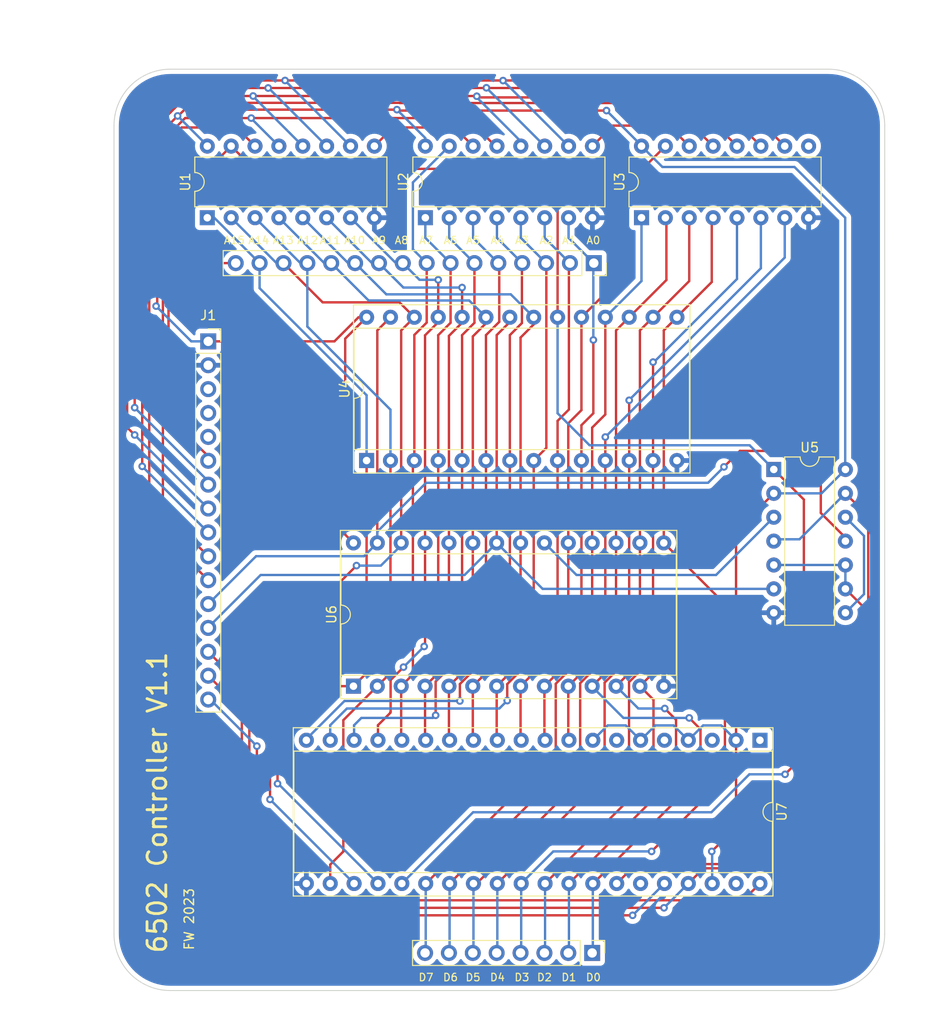
<source format=kicad_pcb>
(kicad_pcb (version 20211014) (generator pcbnew)
  (layers (0 "F.Cu" signal) (31 "B.Cu" signal) (34 "B.Paste" user) (35 "F.Paste" user) (36 "B.SilkS" user "B.Silkscreen") (37 "F.SilkS" user "F.Silkscreen") (38 "B.Mask" user) (39 "F.Mask" user) (44 "Edge.Cuts" user))
  (net 0 "")
  (net 1 "/A14")
  (net 2 "/A13")
  (net 3 "/A12")
  (net 4 "/A11")
  (net 5 "/A10")
  (net 6 "/A9")
  (net 7 "/A8")
  (net 8 "GND")
  (net 9 "Net-(U1-Pad9)")
  (net 10 "/A15")
  (net 11 "+3.3V")
  (net 12 "/A6")
  (net 13 "/A5")
  (net 14 "/A4")
  (net 15 "/A3")
  (net 16 "/A2")
  (net 17 "/A1")
  (net 18 "/A0")
  (net 19 "Net-(U2-Pad9)")
  (net 20 "/A7")
  (net 21 "/D6")
  (net 22 "/D5")
  (net 23 "/D4")
  (net 24 "/D3")
  (net 25 "/D2")
  (net 26 "/D1")
  (net 27 "/D0")
  (net 29 "/D7")
  (net 30 "/SR_DATA")
  (net 31 "/SR_CLK")
  (net 32 "/{slash}TOP32")
  (net 33 "/{slash}RW")
  (net 34 "Net-(U5-Pad12)")
  (net 41 "/CPU_CLK")
  (net 42 "/CPU_BE")
  (net 43 "/{slash}CPU_RES")
  (net 44 "/{slash}SR_CLR")
  (net 45 "/SR_RCLK")
  (net 46 "/{slash}SR_OE")
  (net 47 "/{slash}SR_DOE")
  (net 48 "/{slash}MEM_WE")
  (net 49 "/{slash}MEM_OE")
  (footprint "Package_DIP:DIP-16_W7.62mm" (layer "F.Cu") (at 131.125 57.8 90)
    (fp_text reference "U2")
    (fp_text value "74HC595")
  )
  (footprint "Package_DIP:DIP-40_W15.24mm_Socket" (layer "F.Cu") (at 166.725 113.375 -90)
    (fp_text reference "U7")
    (fp_text value "W65C02SxP")
  )
  (footprint "Connector_PinSocket_2.54mm:PinSocket_1x16_P2.54mm_Vertical" (layer "F.Cu") (at 108.025 70.95)
    (fp_text reference "J1")
    (fp_text value "Conn_01x16")
  )
  (footprint "Connector_PinSocket_2.54mm:PinSocket_1x16_P2.54mm_Vertical" (layer "F.Cu") (at 149.05 62.625 -90)
    (fp_text reference "J2")
    (fp_text value "Conn_01x16")
  )
  (footprint "Package_DIP:DIP-28_W15.24mm_Socket" (layer "F.Cu") (at 123.475 107.625 90)
    (fp_text reference "U6")
    (fp_text value "CY62256-70PC")
  )
  (footprint "Connector_PinHeader_2.54mm:PinHeader_1x08_P2.54mm_Vertical" (layer "F.Cu") (at 148.875 136 -90)
    (fp_text reference "J3")
    (fp_text value "Conn_01x08")
  )
  (footprint "Package_DIP:DIP-28_W15.24mm_Socket" (layer "F.Cu") (at 124.875 83.625 90)
    (fp_text reference "U4")
    (fp_text value "CY62256-70PC")
  )
  (footprint "Package_DIP:DIP-16_W7.62mm" (layer "F.Cu") (at 154.125 57.8 90)
    (fp_text reference "U3")
    (fp_text value "74HC595")
  )
  (footprint "Package_DIP:DIP-14_W7.62mm" (layer "F.Cu") (at 168.2 84.575)
    (fp_text reference "U5")
    (fp_text value "74HC00")
  )
  (footprint "Package_DIP:DIP-16_W7.62mm" (layer "F.Cu") (at 107.925 57.8 90)
    (fp_text reference "U1")
    (fp_text value "74HC595")
  )
  (gr_line (start 180 134) (end 180.003332 48) (layer "Edge.Cuts") (width 0.1))
  (gr_arc (start 174 42) (mid 178.244794 43.756181) (end 180.003332 48) (layer "Edge.Cuts") (width 0.1))
  (gr_arc (start 98 48) (mid 99.757359 43.757359) (end 104 42) (layer "Edge.Cuts") (width 0.1))
  (gr_line (start 98 48) (end 98 134) (layer "Edge.Cuts") (width 0.1))
  (gr_arc (start 180 134) (mid 178.242641 138.242641) (end 174 140) (layer "Edge.Cuts") (width 0.1))
  (gr_line (start 104 140) (end 174 140) (layer "Edge.Cuts") (width 0.1))
  (gr_arc (start 104 140) (mid 99.757359 138.242641) (end 98 134) (layer "Edge.Cuts") (width 0.1))
  (gr_line (start 174 42) (end 104 42) (layer "Edge.Cuts") (width 0.1))
  (gr_text "A9" (at 126.2 60.2) (layer "F.SilkS") (effects (font (size 0.8 0.8) (thickness 0.125))))
  (gr_text "A7" (at 131.2 60.2) (layer "F.SilkS") (effects (font (size 0.8 0.8) (thickness 0.125))))
  (gr_text "D2" (at 143.8 138.6) (layer "F.SilkS") (effects (font (size 0.8 0.8) (thickness 0.125))))
  (gr_text "A14" (at 113.4 60.2) (layer "F.SilkS") (effects (font (size 0.8 0.8) (thickness 0.125))))
  (gr_text "A13" (at 116 60.2) (layer "F.SilkS") (effects (font (size 0.8 0.8) (thickness 0.125))))
  (gr_text "A2" (at 144 60.2) (layer "F.SilkS") (effects (font (size 0.8 0.8) (thickness 0.125))))
  (gr_text "A11" (at 121 60.2) (layer "F.SilkS") (effects (font (size 0.8 0.8) (thickness 0.125))))
  (gr_text "A4" (at 138.8 60.2) (layer "F.SilkS") (effects (font (size 0.8 0.8) (thickness 0.125))))
  (gr_text "FW 2023" (at 106 132.4 90) (layer "F.SilkS") (effects (font (size 1 1))))
  (gr_text "A8" (at 128.6 60.2) (layer "F.SilkS") (effects (font (size 0.8 0.8) (thickness 0.125))))
  (gr_text "D7" (at 131.2 138.6) (layer "F.SilkS") (effects (font (size 0.8 0.8) (thickness 0.125))))
  (gr_text "A0" (at 149 60.2) (layer "F.SilkS") (effects (font (size 0.8 0.8) (thickness 0.125))))
  (gr_text "D1" (at 146.4 138.6) (layer "F.SilkS") (effects (font (size 0.8 0.8) (thickness 0.125))))
  (gr_text "D6" (at 133.8 138.6) (layer "F.SilkS") (effects (font (size 0.8 0.8) (thickness 0.125))))
  (gr_text "A5" (at 136.2 60.2) (layer "F.SilkS") (effects (font (size 0.8 0.8) (thickness 0.125))))
  (gr_text "A12" (at 118.6 60.2) (layer "F.SilkS") (effects (font (size 0.8 0.8) (thickness 0.125))))
  (gr_text "D3" (at 141.4 138.6) (layer "F.SilkS") (effects (font (size 0.8 0.8) (thickness 0.125))))
  (gr_text "A10" (at 123.6 60.2) (layer "F.SilkS") (effects (font (size 0.8 0.8) (thickness 0.125))))
  (gr_text "A3" (at 141.4 60.2) (layer "F.SilkS") (effects (font (size 0.8 0.8) (thickness 0.125))))
  (gr_text "A15" (at 110.8 60.2) (layer "F.SilkS") (effects (font (size 0.8 0.8) (thickness 0.125))))
  (gr_text "D5" (at 136.2 138.6) (layer "F.SilkS") (effects (font (size 0.8 0.8) (thickness 0.125))))
  (gr_text "D0" (at 149 138.6) (layer "F.SilkS") (effects (font (size 0.8 0.8) (thickness 0.125))))
  (gr_text "D4" (at 138.8 138.6) (layer "F.SilkS") (effects (font (size 0.8 0.8) (thickness 0.125))))
  (gr_text "A1" (at 146.4 60.2) (layer "F.SilkS") (effects (font (size 0.8 0.8) (thickness 0.125))))
  (gr_text "A6" (at 133.8 60.2) (layer "F.SilkS") (effects (font (size 0.8 0.8) (thickness 0.125))))
  (gr_text "6502 Controller V1.1" (at 102.6 120 90) (layer "F.SilkS") (effects (font (size 2 2) (thickness 0.3))))
  (segment (start 119.375 107.625) (end 123.475 107.625) (width 0.25) (layer "F.Cu") (net 1))
  (segment (start 124.875 106.225) (end 123.475 107.625) (width 0.25) (layer "F.Cu") (net 1))
  (segment (start 124.875 83.625) (end 124.875 106.225) (width 0.25) (layer "F.Cu") (net 1))
  (segment (start 115.4 111.6) (end 119.375 107.625) (width 0.25) (layer "F.Cu") (net 1))
  (segment (start 115.4 118) (end 115.4 111.6) (width 0.25) (layer "F.Cu") (net 1))
  (via (at 115.4 118) (size 0.8) (drill 0.4) (layers "F.Cu" "B.Cu") (net 1))
  (segment (start 108.665 57.8) (end 113.49 62.625) (width 0.25) (layer "B.Cu") (net 1))
  (segment (start 115.4 118) (end 115.47 118) (width 0.25) (layer "B.Cu") (net 1))
  (segment (start 124.875 83.625) (end 124.875 76.675) (width 0.25) (layer "B.Cu") (net 1))
  (segment (start 113.49 62.625) (end 113.49 65.29) (width 0.25) (layer "B.Cu") (net 1))
  (segment (start 115.47 118) (end 126.085 128.615) (width 0.25) (layer "B.Cu") (net 1))
  (segment (start 107.925 57.8) (end 108.665 57.8) (width 0.25) (layer "B.Cu") (net 1))
  (segment (start 113.49 65.29) (end 124.875 76.675) (width 0.25) (layer "B.Cu") (net 1))
  (segment (start 128.555 69.785) (end 128.555 92.385) (width 0.25) (layer "F.Cu") (net 2))
  (segment (start 129.955 68.385) (end 128.37 66.8) (width 0.25) (layer "F.Cu") (net 2))
  (segment (start 128.37 66.8) (end 120.2 66.8) (width 0.25) (layer "F.Cu") (net 2))
  (segment (start 120.2 66.8) (end 116.03 62.63) (width 0.25) (layer "F.Cu") (net 2))
  (segment (start 114.6 119.67) (end 114.6 104) (width 0.25) (layer "F.Cu") (net 2))
  (segment (start 129.955 68.385) (end 128.555 69.785) (width 0.25) (layer "F.Cu") (net 2))
  (segment (start 114.6 104) (end 123.8 94.8) (width 0.25) (layer "F.Cu") (net 2))
  (segment (start 116.03 62.63) (end 116.03 62.625) (width 0.25) (layer "F.Cu") (net 2))
  (via (at 123.8 94.8) (size 0.8) (drill 0.4) (layers "F.Cu" "B.Cu") (net 2))
  (via (at 114.6 119.67) (size 0.8) (drill 0.4) (layers "F.Cu" "B.Cu") (net 2))
  (segment (start 128.555 92.645) (end 128.555 92.385) (width 0.25) (layer "B.Cu") (net 2))
  (segment (start 114.6 119.67) (end 123.545 128.615) (width 0.25) (layer "B.Cu") (net 2))
  (segment (start 110.465 57.8) (end 115.29 62.625) (width 0.25) (layer "B.Cu") (net 2))
  (segment (start 115.29 62.625) (end 116.03 62.625) (width 0.25) (layer "B.Cu") (net 2))
  (segment (start 123.8 94.8) (end 126.4 94.8) (width 0.25) (layer "B.Cu") (net 2))
  (segment (start 126.4 94.8) (end 128.555 92.645) (width 0.25) (layer "B.Cu") (net 2))
  (segment (start 127.415 106.225) (end 126.015 107.625) (width 0.25) (layer "F.Cu") (net 3))
  (segment (start 126.015 107.625) (end 122.4 111.24) (width 0.25) (layer "F.Cu") (net 3))
  (segment (start 122.4 111.24) (end 122.4 125.21) (width 0.25) (layer "F.Cu") (net 3))
  (segment (start 127.415 83.625) (end 127.415 106.225) (width 0.25) (layer "F.Cu") (net 3))
  (segment (start 122.4 125.21) (end 121.005 126.605) (width 0.25) (layer "F.Cu") (net 3))
  (segment (start 121.005 126.605) (end 121.005 128.615) (width 0.25) (layer "F.Cu") (net 3))
  (segment (start 127.415 78.215) (end 118.57 69.37) (width 0.25) (layer "B.Cu") (net 3))
  (segment (start 113.005 57.8) (end 117.83 62.625) (width 0.25) (layer "B.Cu") (net 3))
  (segment (start 127.415 83.625) (end 127.415 78.215) (width 0.25) (layer "B.Cu") (net 3))
  (segment (start 118.57 69.37) (end 118.57 62.625) (width 0.25) (layer "B.Cu") (net 3))
  (segment (start 117.83 62.625) (end 118.57 62.625) (width 0.25) (layer "B.Cu") (net 3))
  (segment (start 136.175 70.425) (end 136.175 92.385) (width 0.25) (layer "F.Cu") (net 4))
  (segment (start 136.175 106.025) (end 136.175 92.385) (width 0.25) (layer "F.Cu") (net 4))
  (segment (start 134.8 109.2) (end 134.8 107.4) (width 0.25) (layer "F.Cu") (net 4))
  (segment (start 137.575 69.025) (end 136.175 70.425) (width 0.25) (layer "F.Cu") (net 4))
  (segment (start 137.575 68.385) (end 137.575 69.025) (width 0.25) (layer "F.Cu") (net 4))
  (segment (start 134.8 107.4) (end 136.175 106.025) (width 0.25) (layer "F.Cu") (net 4))
  (via (at 134.8 109.2) (size 0.8) (drill 0.4) (layers "F.Cu" "B.Cu") (net 4))
  (segment (start 134.8 109.2) (end 122.52 109.2) (width 0.25) (layer "B.Cu") (net 4))
  (segment (start 122.52 109.2) (end 118.465 113.255) (width 0.25) (layer "B.Cu") (net 4))
  (segment (start 135.79 66.6) (end 125.085 66.6) (width 0.25) (layer "B.Cu") (net 4))
  (segment (start 120.37 62.625) (end 121.11 62.625) (width 0.25) (layer "B.Cu") (net 4))
  (segment (start 115.545 57.8) (end 120.37 62.625) (width 0.25) (layer "B.Cu") (net 4))
  (segment (start 137.575 68.385) (end 135.79 66.6) (width 0.25) (layer "B.Cu") (net 4))
  (segment (start 125.085 66.6) (end 121.11 62.625) (width 0.25) (layer "B.Cu") (net 4))
  (segment (start 118.465 113.255) (end 118.465 113.375) (width 0.25) (layer "B.Cu") (net 4))
  (segment (start 142.655 68.385) (end 142.655 69.145) (width 0.25) (layer "F.Cu") (net 5))
  (segment (start 141.255 105.989099) (end 141.255 92.385) (width 0.25) (layer "F.Cu") (net 5))
  (segment (start 139.84 107.404099) (end 141.255 105.989099) (width 0.25) (layer "F.Cu") (net 5))
  (segment (start 139.84 109.16) (end 139.84 107.404099) (width 0.25) (layer "F.Cu") (net 5))
  (segment (start 141.255 70.545) (end 141.255 92.385) (width 0.25) (layer "F.Cu") (net 5))
  (segment (start 142.655 69.145) (end 141.255 70.545) (width 0.25) (layer "F.Cu") (net 5))
  (via (at 139.84 109.16) (size 0.8) (drill 0.4) (layers "F.Cu" "B.Cu") (net 5))
  (segment (start 142.655 68.385) (end 140.22 65.95) (width 0.25) (layer "B.Cu") (net 5))
  (segment (start 140.22 65.95) (end 126.975 65.95) (width 0.25) (layer "B.Cu") (net 5))
  (segment (start 126.975 65.95) (end 123.65 62.625) (width 0.25) (layer "B.Cu") (net 5))
  (segment (start 122.91 62.625) (end 123.65 62.625) (width 0.25) (layer "B.Cu") (net 5))
  (segment (start 139 110) (end 122.78 110) (width 0.25) (layer "B.Cu") (net 5))
  (segment (start 121.005 111.775) (end 121.005 113.375) (width 0.25) (layer "B.Cu") (net 5))
  (segment (start 139.84 109.16) (end 139 110) (width 0.25) (layer "B.Cu") (net 5))
  (segment (start 122.78 110) (end 121.005 111.775) (width 0.25) (layer "B.Cu") (net 5))
  (segment (start 118.085 57.8) (end 122.91 62.625) (width 0.25) (layer "B.Cu") (net 5))
  (segment (start 132.22 110.7245) (end 132.22 107.136396) (width 0.25) (layer "F.Cu") (net 6))
  (segment (start 135.035 68.385) (end 135.035 68.965) (width 0.25) (layer "F.Cu") (net 6))
  (segment (start 133.635 70.365) (end 133.635 92.385) (width 0.25) (layer "F.Cu") (net 6))
  (segment (start 133.635 105.721396) (end 133.635 92.385) (width 0.25) (layer "F.Cu") (net 6))
  (segment (start 132.22 107.136396) (end 133.635 105.721396) (width 0.25) (layer "F.Cu") (net 6))
  (segment (start 135.035 65.2255) (end 135.035 68.385) (width 0.25) (layer "F.Cu") (net 6))
  (segment (start 135.035 68.965) (end 133.635 70.365) (width 0.25) (layer "F.Cu") (net 6))
  (via (at 135.035 65.2255) (size 0.8) (drill 0.4) (layers "F.Cu" "B.Cu") (net 6))
  (via (at 132.22 110.7245) (size 0.8) (drill 0.4) (layers "F.Cu" "B.Cu") (net 6))
  (segment (start 125.45 62.625) (end 126.19 62.625) (width 0.25) (layer "B.Cu") (net 6))
  (segment (start 132.22 110.7245) (end 131.9445 111) (width 0.25) (layer "B.Cu") (net 6))
  (segment (start 128.7905 65.2255) (end 126.19 62.625) (width 0.25) (layer "B.Cu") (net 6))
  (segment (start 120.625 57.8) (end 125.45 62.625) (width 0.25) (layer "B.Cu") (net 6))
  (segment (start 131.9445 111) (end 124.32 111) (width 0.25) (layer "B.Cu") (net 6))
  (segment (start 123.545 111.775) (end 123.545 113.375) (width 0.25) (layer "B.Cu") (net 6))
  (segment (start 124.32 111) (end 123.545 111.775) (width 0.25) (layer "B.Cu") (net 6))
  (segment (start 135.035 65.2255) (end 128.7905 65.2255) (width 0.25) (layer "B.Cu") (net 6))
  (segment (start 131 103.4) (end 131.095 103.305) (width 0.25) (layer "F.Cu") (net 7))
  (segment (start 127.43 110.37) (end 127.4 110.4) (width 0.25) (layer "F.Cu") (net 7))
  (segment (start 127.4 110.46) (end 126.085 111.775) (width 0.25) (layer "F.Cu") (net 7))
  (segment (start 126.085 111.775) (end 126.085 113.375) (width 0.25) (layer "F.Cu") (net 7))
  (segment (start 131.095 70.305) (end 131.095 92.385) (width 0.25) (layer "F.Cu") (net 7))
  (segment (start 132.495 68.905) (end 131.095 70.305) (width 0.25) (layer "F.Cu") (net 7))
  (segment (start 127.4 110.4) (end 127.4 110.46) (width 0.25) (layer "F.Cu") (net 7))
  (segment (start 127.43 106.97) (end 128.8 105.6) (width 0.25) (layer "F.Cu") (net 7))
  (segment (start 132.495 68.385) (end 132.495 64.4) (width 0.25) (layer "F.Cu") (net 7))
  (segment (start 127.43 106.97) (end 127.43 110.37) (width 0.25) (layer "F.Cu") (net 7))
  (segment (start 131.095 103.305) (end 131.095 92.385) (width 0.25) (layer "F.Cu") (net 7))
  (segment (start 132.495 68.385) (end 132.495 68.905) (width 0.25) (layer "F.Cu") (net 7))
  (via (at 132.495 64.4) (size 0.8) (drill 0.4) (layers "F.Cu" "B.Cu") (net 7))
  (via (at 128.8 105.6) (size 0.8) (drill 0.4) (layers "F.Cu" "B.Cu") (net 7))
  (via (at 131 103.4) (size 0.8) (drill 0.4) (layers "F.Cu" "B.Cu") (net 7))
  (segment (start 132.495 64.4) (end 130.505 64.4) (width 0.25) (layer "B.Cu") (net 7))
  (segment (start 128.8 105.6) (end 131 103.4) (width 0.25) (layer "B.Cu") (net 7))
  (segment (start 127.99 62.625) (end 128.73 62.625) (width 0.25) (layer "B.Cu") (net 7))
  (segment (start 123.165 57.8) (end 127.99 62.625) (width 0.25) (layer "B.Cu") (net 7))
  (segment (start 130.505 64.4) (end 128.73 62.625) (width 0.25) (layer "B.Cu") (net 7))
  (segment (start 127.685 48.2) (end 134.225 48.2) (width 0.25) (layer "F.Cu") (net 9))
  (segment (start 134.225 48.2) (end 136.205 50.18) (width 0.25) (layer "F.Cu") (net 9))
  (segment (start 125.705 50.18) (end 127.685 48.2) (width 0.25) (layer "F.Cu") (net 9))
  (segment (start 171.4 115) (end 171.4 87.775) (width 0.25) (layer "F.Cu") (net 10))
  (segment (start 169.4 117) (end 171.4 115) (width 0.25) (layer "F.Cu") (net 10))
  (segment (start 112.885 52.6) (end 141.6 52.6) (width 0.25) (layer "F.Cu") (net 10))
  (segment (start 110.95 62.625) (end 108.225 62.625) (width 0.25) (layer "F.Cu") (net 10))
  (segment (start 145.2 56.2) (end 145.2 64) (width 0.25) (layer "F.Cu") (net 10))
  (segment (start 141.6 52.6) (end 145.2 56.2) (width 0.25) (layer "F.Cu") (net 10))
  (segment (start 106 54.645) (end 110.465 50.18) (width 0.25) (layer "F.Cu") (net 10))
  (segment (start 171.4 87.775) (end 168.2 84.575) (width 0.25) (layer "F.Cu") (net 10))
  (segment (start 108.225 62.625) (end 106 60.4) (width 0.25) (layer "F.Cu") (net 10))
  (segment (start 145.195 64.005) (end 145.195 68.385) (width 0.25) (layer "F.Cu") (net 10))
  (segment (start 110.465 50.18) (end 112.885 52.6) (width 0.25) (layer "F.Cu") (net 10))
  (segment (start 106 60.4) (end 106 54.645) (width 0.25) (layer "F.Cu") (net 10))
  (via (at 169.4 117) (size 0.8) (drill 0.4) (layers "F.Cu" "B.Cu") (net 10))
  (segment (start 169.4 117) (end 165.6 117) (width 0.25) (layer "B.Cu") (net 10))
  (segment (start 145.195 78.595) (end 148.6 82) (width 0.25) (layer "B.Cu") (net 10))
  (segment (start 136.203604 121.036396) (end 128.625 128.615) (width 0.25) (layer "B.Cu") (net 10))
  (segment (start 165.6 117) (end 161.563604 121.036396) (width 0.25) (layer "B.Cu") (net 10))
  (segment (start 145.195 68.385) (end 145.195 78.595) (width 0.25) (layer "B.Cu") (net 10))
  (segment (start 165.625 82) (end 168.2 84.575) (width 0.25) (layer "B.Cu") (net 10))
  (segment (start 148.6 82) (end 165.625 82) (width 0.25) (layer "B.Cu") (net 10))
  (segment (start 161.563604 121.036396) (end 136.203604 121.036396) (width 0.25) (layer "B.Cu") (net 10))
  (segment (start 122.6 70.66) (end 122.6 91.51) (width 0.25) (layer "F.Cu") (net 11))
  (segment (start 150.4 46.4) (end 128.2 46.4) (width 0.25) (layer "F.Cu") (net 11))
  (segment (start 104.830498 46.969502) (end 105.5 46.3) (width 0.25) (layer "F.Cu") (net 11))
  (segment (start 164.185 113.375) (end 164.185 91.13) (width 0.25) (layer "F.Cu") (net 11))
  (segment (start 124.875 68.385) (end 122.6 70.66) (width 0.25) (layer "F.Cu") (net 11))
  (segment (start 122.6 91.51) (end 123.475 92.385) (width 0.25) (layer "F.Cu") (net 11))
  (segment (start 164.185 91.13) (end 168.2 87.115) (width 0.25) (layer "F.Cu") (net 11))
  (segment (start 104.769502 46.969502) (end 102.6 49.139004) (width 0.25) (layer "F.Cu") (net 11))
  (segment (start 102.6 49.139004) (end 102.6 67.0755) (width 0.25) (layer "F.Cu") (net 11))
  (segment (start 161.6 125.2) (end 164.185 122.615) (width 0.25) (layer "F.Cu") (net 11))
  (segment (start 121.45 70.95) (end 124.015 68.385) (width 0.25) (layer "F.Cu") (net 11))
  (segment (start 102.6 67.0755) (end 102.4755 67.2) (width 0.25) (layer "F.Cu") (net 11))
  (segment (start 105.5 46.3) (end 128.1 46.3) (width 0.25) (layer "F.Cu") (net 11))
  (segment (start 124.015 68.385) (end 124.875 68.385) (width 0.25) (layer "F.Cu") (net 11))
  (segment (start 108.025 70.95) (end 121.45 70.95) (width 0.25) (layer "F.Cu") (net 11))
  (segment (start 128.2 46.4) (end 128.1 46.3) (width 0.25) (layer "F.Cu") (net 11))
  (segment (start 164.185 122.615) (end 164.185 113.375) (width 0.25) (layer "F.Cu") (net 11))
  (segment (start 104.769502 46.969502) (end 104.830498 46.969502) (width 0.25) (layer "F.Cu") (net 11))
  (via (at 128.1 46.3) (size 0.8) (drill 0.4) (layers "F.Cu" "B.Cu") (net 11))
  (via (at 102.4755 67.2) (size 0.8) (drill 0.4) (layers "F.Cu" "B.Cu") (net 11))
  (via (at 104.769502 46.969502) (size 0.8) (drill 0.4) (layers "F.Cu" "B.Cu") (net 11))
  (via (at 161.6 125.2) (size 0.8) (drill 0.4) (layers "F.Cu" "B.Cu") (net 11))
  (via (at 150.4 46.4) (size 0.8) (drill 0.4) (layers "F.Cu" "B.Cu") (net 11))
  (segment (start 154.125 50.18) (end 156.345 52.4) (width 0.25) (layer "B.Cu") (net 11))
  (segment (start 128.1 46.3) (end 131.125 49.325) (width 0.25) (layer "B.Cu") (net 11))
  (segment (start 160.68 111.8) (end 162.61 111.8) (width 0.25) (layer "B.Cu") (net 11))
  (segment (start 170.4 52.4) (end 175.8 57.8) (width 0.25) (layer "B.Cu") (net 11))
  (segment (start 157.53 111.8) (end 159.105 113.375) (width 0.25) (layer "B.Cu") (net 11))
  (segment (start 168.2 87.115) (end 173.28 87.115) (width 0.25) (layer "B.Cu") (net 11))
  (segment (start 150.52 111.8) (end 152.45 111.8) (width 0.25) (layer "B.Cu") (net 11))
  (segment (start 159.105 113.375) (end 160.68 111.8) (width 0.25) (layer "B.Cu") (net 11))
  (segment (start 173.28 87.115) (end 175.82 84.575) (width 0.25) (layer "B.Cu") (net 11))
  (segment (start 162.61 111.8) (end 164.185 113.375) (width 0.25) (layer "B.Cu") (net 11))
  (segment (start 131.125 49.325) (end 131.125 50.18) (width 0.25) (layer "B.Cu") (net 11))
  (segment (start 106.2255 70.95) (end 108.025 70.95) (width 0.25) (layer "B.Cu") (net 11))
  (segment (start 102.4755 67.2) (end 106.2255 70.95) (width 0.25) (layer "B.Cu") (net 11))
  (segment (start 104.769502 46.969502) (end 107.925 50.125) (width 0.25) (layer "B.Cu") (net 11))
  (segment (start 161.645 125.245) (end 161.645 128.615) (width 0.25) (layer "B.Cu") (net 11))
  (segment (start 175.8 57.8) (end 175.8 84.555) (width 0.25) (layer "B.Cu") (net 11))
  (segment (start 154.125 50.125) (end 154.125 50.18) (width 0.25) (layer "B.Cu") (net 11))
  (segment (start 156.345 52.4) (end 170.4 52.4) (width 0.25) (layer "B.Cu") (net 11))
  (segment (start 150.4 46.4) (end 154.125 50.125) (width 0.25) (layer "B.Cu") (net 11))
  (segment (start 155.6 111.8) (end 157.53 111.8) (width 0.25) (layer "B.Cu") (net 11))
  (segment (start 107.925 50.125) (end 107.925 50.18) (width 0.25) (layer "B.Cu") (net 11))
  (segment (start 154.025 113.375) (end 155.6 111.8) (width 0.25) (layer "B.Cu") (net 11))
  (segment (start 161.6 125.2) (end 161.645 125.245) (width 0.25) (layer "B.Cu") (net 11))
  (segment (start 152.45 111.8) (end 154.025 113.375) (width 0.25) (layer "B.Cu") (net 11))
  (segment (start 148.945 113.375) (end 150.52 111.8) (width 0.25) (layer "B.Cu") (net 11))
  (segment (start 175.8 84.555) (end 175.82 84.575) (width 0.25) (layer "B.Cu") (net 11))
  (segment (start 133.81 62.625) (end 133.81 68.973604) (width 0.25) (layer "F.Cu") (net 12))
  (segment (start 132.495 83.625) (end 132.495 106.225) (width 0.25) (layer "F.Cu") (net 12))
  (segment (start 131.095 107.625) (end 131.095 113.305) (width 0.25) (layer "F.Cu") (net 12))
  (segment (start 132.495 70.288604) (end 132.495 83.625) (width 0.25) (layer "F.Cu") (net 12))
  (segment (start 131.095 113.305) (end 131.165 113.375) (width 0.25) (layer "F.Cu") (net 12))
  (segment (start 132.495 106.225) (end 131.095 107.625) (width 0.25) (layer "F.Cu") (net 12))
  (segment (start 133.81 68.973604) (end 132.495 70.288604) (width 0.25) (layer "F.Cu") (net 12))
  (segment (start 131.125 57.8) (end 131.125 59.94) (width 0.25) (layer "B.Cu") (net 12))
  (segment (start 131.125 59.94) (end 133.81 62.625) (width 0.25) (layer "B.Cu") (net 12))
  (segment (start 135.035 70.288604) (end 136.35 68.973604) (width 0.25) (layer "F.Cu") (net 13))
  (segment (start 135.035 106.225) (end 133.635 107.625) (width 0.25) (layer "F.Cu") (net 13))
  (segment (start 136.35 68.973604) (end 136.35 62.625) (width 0.25) (layer "F.Cu") (net 13))
  (segment (start 133.635 113.305) (end 133.705 113.375) (width 0.25) (layer "F.Cu") (net 13))
  (segment (start 133.635 107.625) (end 133.635 113.305) (width 0.25) (layer "F.Cu") (net 13))
  (segment (start 135.035 83.625) (end 135.035 106.225) (width 0.25) (layer "F.Cu") (net 13))
  (segment (start 135.035 83.625) (end 135.035 70.288604) (width 0.25) (layer "F.Cu") (net 13))
  (segment (start 133.665 59.94) (end 136.35 62.625) (width 0.25) (layer "B.Cu") (net 13))
  (segment (start 133.665 57.8) (end 133.665 59.94) (width 0.25) (layer "B.Cu") (net 13))
  (segment (start 137.575 70.288604) (end 137.575 83.625) (width 0.25) (layer "F.Cu") (net 14))
  (segment (start 136.175 107.625) (end 136.175 113.305) (width 0.25) (layer "F.Cu") (net 14))
  (segment (start 138.99 62.725) (end 138.99 68.873604) (width 0.25) (layer "F.Cu") (net 14))
  (segment (start 137.575 106.225) (end 136.175 107.625) (width 0.25) (layer "F.Cu") (net 14))
  (segment (start 137.575 83.625) (end 137.575 106.225) (width 0.25) (layer "F.Cu") (net 14))
  (segment (start 136.175 113.305) (end 136.245 113.375) (width 0.25) (layer "F.Cu") (net 14))
  (segment (start 138.99 68.873604) (end 137.575 70.288604) (width 0.25) (layer "F.Cu") (net 14))
  (segment (start 138.89 62.625) (end 138.99 62.725) (width 0.25) (layer "F.Cu") (net 14))
  (segment (start 136.205 59.94) (end 138.89 62.625) (width 0.25) (layer "B.Cu") (net 14))
  (segment (start 136.205 57.8) (end 136.205 59.94) (width 0.25) (layer "B.Cu") (net 14))
  (segment (start 141.43 62.625) (end 141.4 62.655) (width 0.25) (layer "F.Cu") (net 15))
  (segment (start 141.4 62.655) (end 141.4 69.003604) (width 0.25) (layer "F.Cu") (net 15))
  (segment (start 140.115 106.225) (end 138.715 107.625) (width 0.25) (layer "F.Cu") (net 15))
  (segment (start 138.715 113.305) (end 138.785 113.375) (width 0.25) (layer "F.Cu") (net 15))
  (segment (start 140.115 70.288604) (end 140.115 83.625) (width 0.25) (layer "F.Cu") (net 15))
  (segment (start 140.115 83.625) (end 140.115 106.225) (width 0.25) (layer "F.Cu") (net 15))
  (segment (start 141.4 69.003604) (end 140.115 70.288604) (width 0.25) (layer "F.Cu") (net 15))
  (segment (start 138.715 107.625) (end 138.715 113.305) (width 0.25) (layer "F.Cu") (net 15))
  (segment (start 138.745 57.8) (end 138.745 59.94) (width 0.25) (layer "B.Cu") (net 15))
  (segment (start 138.745 59.94) (end 141.43 62.625) (width 0.25) (layer "B.Cu") (net 15))
  (segment (start 144 62.655) (end 144 82.28) (width 0.25) (layer "F.Cu") (net 16))
  (segment (start 141.255 113.305) (end 141.325 113.375) (width 0.25) (layer "F.Cu") (net 16))
  (segment (start 141.255 107.625) (end 141.255 113.305) (width 0.25) (layer "F.Cu") (net 16))
  (segment (start 143.97 62.625) (end 144 62.655) (width 0.25) (layer "F.Cu") (net 16))
  (segment (start 142.655 106.225) (end 141.255 107.625) (width 0.25) (layer "F.Cu") (net 16))
  (segment (start 142.655 83.625) (end 142.655 106.225) (width 0.25) (layer "F.Cu") (net 16))
  (segment (start 144 82.28) (end 142.655 83.625) (width 0.25) (layer "F.Cu") (net 16))
  (segment (start 141.285 59.94) (end 143.97 62.625) (width 0.25) (layer "B.Cu") (net 16))
  (segment (start 141.285 57.8) (end 141.285 59.94) (width 0.25) (layer "B.Cu") (net 16))
  (segment (start 143.795 113.305) (end 143.865 113.375) (width 0.25) (layer "F.Cu") (net 17))
  (segment (start 143.795 107.625) (end 143.795 113.305) (width 0.25) (layer "F.Cu") (net 17))
  (segment (start 145.195 106.225) (end 143.795 107.625) (width 0.25) (layer "F.Cu") (net 17))
  (segment (start 146.4 78.2) (end 145.195 79.405) (width 0.25) (layer "F.Cu") (net 17))
  (segment (start 145.195 79.405) (end 145.195 83.625) (width 0.25) (layer "F.Cu") (net 17))
  (segment (start 146.51 62.625) (end 146.4 62.735) (width 0.25) (layer "F.Cu") (net 17))
  (segment (start 145.195 83.625) (end 145.195 106.225) (width 0.25) (layer "F.Cu") (net 17))
  (segment (start 146.4 62.735) (end 146.4 78.2) (width 0.25) (layer "F.Cu") (net 17))
  (segment (start 143.825 59.94) (end 146.51 62.625) (width 0.25) (layer "B.Cu") (net 17))
  (segment (start 143.825 57.8) (end 143.825 59.94) (width 0.25) (layer "B.Cu") (net 17))
  (segment (start 147.735 106.225) (end 146.335 107.625) (width 0.25) (layer "F.Cu") (net 18))
  (segment (start 147.735 79.865) (end 147.735 83.625) (width 0.25) (layer "F.Cu") (net 18))
  (segment (start 149 78.6) (end 147.735 79.865) (width 0.25) (layer "F.Cu") (net 18))
  (segment (start 147.735 83.625) (end 147.735 106.225) (width 0.25) (layer "F.Cu") (net 18))
  (segment (start 146.335 113.305) (end 146.405 113.375) (width 0.25) (layer "F.Cu") (net 18))
  (segment (start 149 70.8) (end 149 78.6) (width 0.25) (layer "F.Cu") (net 18))
  (segment (start 146.335 107.625) (end 146.335 113.305) (width 0.25) (layer "F.Cu") (net 18))
  (via (at 149 70.8) (size 0.8) (drill 0.4) (layers "F.Cu" "B.Cu") (net 18))
  (segment (start 146.365 57.8) (end 146.365 59.94) (width 0.25) (layer "B.Cu") (net 18))
  (segment (start 149.05 62.625) (end 149 62.675) (width 0.25) (layer "B.Cu") (net 18))
  (segment (start 149 62.675) (end 149 70.8) (width 0.25) (layer "B.Cu") (net 18))
  (segment (start 146.365 59.94) (end 149.05 62.625) (width 0.25) (layer "B.Cu") (net 18))
  (segment (start 151.085 48) (end 157.025 48) (width 0.25) (layer "F.Cu") (net 19))
  (segment (start 148.905 50.18) (end 151.085 48) (width 0.25) (layer "F.Cu") (net 19))
  (segment (start 157.025 48) (end 159.205 50.18) (width 0.25) (layer "F.Cu") (net 19))
  (segment (start 129.8 106.38) (end 128.555 107.625) (width 0.25) (layer "F.Cu") (net 20))
  (segment (start 128.555 113.305) (end 128.625 113.375) (width 0.25) (layer "F.Cu") (net 20))
  (segment (start 129.955 70.265991) (end 129.955 83.625) (width 0.25) (layer "F.Cu") (net 20))
  (segment (start 129.955 83.625) (end 129.8 83.78) (width 0.25) (layer "F.Cu") (net 20))
  (segment (start 128.555 107.625) (end 128.555 113.305) (width 0.25) (layer "F.Cu") (net 20))
  (segment (start 131.27 68.950991) (end 129.955 70.265991) (width 0.25) (layer "F.Cu") (net 20))
  (segment (start 129.8 83.78) (end 129.8 106.38) (width 0.25) (layer "F.Cu") (net 20))
  (segment (start 131.27 62.625) (end 131.27 68.950991) (width 0.25) (layer "F.Cu") (net 20))
  (segment (start 129.8 61.155) (end 129.8 54.045) (width 0.25) (layer "B.Cu") (net 20))
  (segment (start 129.8 54.045) (end 133.665 50.18) (width 0.25) (layer "B.Cu") (net 20))
  (segment (start 131.27 62.625) (end 129.8 61.155) (width 0.25) (layer "B.Cu") (net 20))
  (segment (start 150.275 68.385) (end 150.275 78.725) (width 0.25) (layer "F.Cu") (net 21))
  (segment (start 150.275 78.725) (end 148.875 80.125) (width 0.25) (layer "F.Cu") (net 21))
  (segment (start 148.875 80.125) (end 148.875 92.385) (width 0.25) (layer "F.Cu") (net 21))
  (segment (start 147.6 114.72) (end 133.705 128.615) (width 0.25) (layer "F.Cu") (net 21))
  (segment (start 147.6 107.309009) (end 147.6 114.72) (width 0.25) (layer "F.Cu") (net 21))
  (segment (start 148.875 106.034009) (end 147.6 107.309009) (width 0.25) (layer "F.Cu") (net 21))
  (segment (start 148.875 92.385) (end 148.875 106.034009) (width 0.25) (layer "F.Cu") (net 21))
  (segment (start 133.705 135.93) (end 133.635 136) (width 0.25) (layer "B.Cu") (net 21))
  (segment (start 133.705 128.615) (end 133.705 135.93) (width 0.25) (layer "B.Cu") (net 21))
  (segment (start 154.125 57.8) (end 154.125 64.535) (width 0.25) (layer "B.Cu") (net 21))
  (segment (start 154.125 64.535) (end 150.275 68.385) (width 0.25) (layer "B.Cu") (net 21))
  (segment (start 156.775 57.91) (end 156.775 64.425) (width 0.25) (layer "F.Cu") (net 22))
  (segment (start 152.815 68.385) (end 151.415 69.785) (width 0.25) (layer "F.Cu") (net 22))
  (segment (start 151.415 69.785) (end 151.415 92.385) (width 0.25) (layer "F.Cu") (net 22))
  (segment (start 156.665 57.8) (end 156.775 57.91) (width 0.25) (layer "F.Cu") (net 22))
  (segment (start 156.775 64.425) (end 152.815 68.385) (width 0.25) (layer "F.Cu") (net 22))
  (segment (start 151.415 106.034009) (end 150.2 107.249009) (width 0.25) (layer "F.Cu") (net 22))
  (segment (start 151.415 92.385) (end 151.415 106.034009) (width 0.25) (layer "F.Cu") (net 22))
  (segment (start 136.585 128.615) (end 136.245 128.615) (width 0.25) (layer "F.Cu") (net 22))
  (segment (start 150.2 115) (end 136.585 128.615) (width 0.25) (layer "F.Cu") (net 22))
  (segment (start 150.2 107.249009) (end 150.2 115) (width 0.25) (layer "F.Cu") (net 22))
  (segment (start 136.245 128.615) (end 136.245 135.93) (width 0.25) (layer "B.Cu") (net 22))
  (segment (start 136.245 135.93) (end 136.175 136) (width 0.25) (layer "B.Cu") (net 22))
  (segment (start 153.955 106.034009) (end 152.8 107.189009) (width 0.25) (layer "F.Cu") (net 23))
  (segment (start 159.205 64.535) (end 155.355 68.385) (width 0.25) (layer "F.Cu") (net 23))
  (segment (start 152.8 107.189009) (end 152.8 114.6) (width 0.25) (layer "F.Cu") (net 23))
  (segment (start 152.8 114.6) (end 138.785 128.615) (width 0.25) (layer "F.Cu") (net 23))
  (segment (start 153.955 69.785) (end 153.955 92.385) (width 0.25) (layer "F.Cu") (net 23))
  (segment (start 153.955 92.385) (end 153.955 106.034009) (width 0.25) (layer "F.Cu") (net 23))
  (segment (start 159.205 57.8) (end 159.205 64.535) (width 0.25) (layer "F.Cu") (net 23))
  (segment (start 155.355 68.385) (end 153.955 69.785) (width 0.25) (layer "F.Cu") (net 23))
  (segment (start 138.785 135.93) (end 138.715 136) (width 0.25) (layer "B.Cu") (net 23))
  (segment (start 138.785 128.615) (end 138.785 135.93) (width 0.25) (layer "B.Cu") (net 23))
  (segment (start 157.895 68.385) (end 156.495 69.785) (width 0.25) (layer "F.Cu") (net 24))
  (segment (start 157.895 68.345) (end 161.6 64.64) (width 0.25) (layer "F.Cu") (net 24))
  (segment (start 156.495 92.385) (end 156.495 69.785) (width 0.25) (layer "F.Cu") (net 24))
  (segment (start 161.6 64.64) (end 161.6 57.945) (width 0.25) (layer "F.Cu") (net 24))
  (segment (start 155.2 125.2) (end 163 117.4) (width 0.25) (layer "F.Cu") (net 24))
  (segment (start 157.895 68.385) (end 157.895 68.345) (width 0.25) (layer "F.Cu") (net 24))
  (segment (start 163 117.4) (end 163 98.89) (width 0.25) (layer "F.Cu") (net 24))
  (segment (start 161.6 57.945) (end 161.745 57.8) (width 0.25) (layer "F.Cu") (net 24))
  (segment (start 163 98.89) (end 156.495 92.385) (width 0.25) (layer "F.Cu") (net 24))
  (via (at 155.2 125.2) (size 0.8) (drill 0.4) (layers "F.Cu" "B.Cu") (net 24))
  (segment (start 141.325 128.615) (end 141.325 135.93) (width 0.25) (layer "B.Cu") (net 24))
  (segment (start 141.325 135.93) (end 141.255 136) (width 0.25) (layer "B.Cu") (net 24))
  (segment (start 144.74 125.2) (end 141.325 128.615) (width 0.25) (layer "B.Cu") (net 24))
  (segment (start 155.2 125.2) (end 144.74 125.2) (width 0.25) (layer "B.Cu") (net 24))
  (segment (start 155.355 73.155) (end 155.355 83.625) (width 0.25) (layer "F.Cu") (net 25))
  (segment (start 155.355 106.225) (end 153.955 107.625) (width 0.25) (layer "F.Cu") (net 25))
  (segment (start 155.4 109.07) (end 155.4 117.08) (width 0.25) (layer "F.Cu") (net 25))
  (segment (start 155.355 83.625) (end 155.355 106.225) (width 0.25) (layer "F.Cu") (net 25))
  (segment (start 155.4 117.08) (end 143.865 128.615) (width 0.25) (layer "F.Cu") (net 25))
  (segment (start 153.955 107.625) (end 155.4 109.07) (width 0.25) (layer "F.Cu") (net 25))
  (via (at 155.355 73.155) (size 0.8) (drill 0.4) (layers "F.Cu" "B.Cu") (net 25))
  (segment (start 143.865 135.93) (end 143.795 136) (width 0.25) (layer "B.Cu") (net 25))
  (segment (start 155.355 73.155) (end 155.445 73.155) (width 0.25) (layer "B.Cu") (net 25))
  (segment (start 155.445 73.155) (end 164.285 64.315) (width 0.25) (layer "B.Cu") (net 25))
  (segment (start 143.865 128.615) (end 143.865 135.93) (width 0.25) (layer "B.Cu") (net 25))
  (segment (start 164.285 64.315) (end 164.285 57.8) (width 0.25) (layer "B.Cu") (net 25))
  (segment (start 156.6 110) (end 157.8 111.2) (width 0.25) (layer "F.Cu") (net 26))
  (segment (start 157.8 117.22) (end 146.405 128.615) (width 0.25) (layer "F.Cu") (net 26))
  (segment (start 152.815 106.225) (end 151.415 107.625) (width 0.25) (layer "F.Cu") (net 26))
  (segment (start 157.8 111.2) (end 157.8 117.22) (width 0.25) (layer "F.Cu") (net 26))
  (segment (start 152.815 77.215) (end 152.815 83.625) (width 0.25) (layer "F.Cu") (net 26))
  (segment (start 152.815 83.625) (end 152.815 106.225) (width 0.25) (layer "F.Cu") (net 26))
  (via (at 152.815 77.215) (size 0.8) (drill 0.4) (layers "F.Cu" "B.Cu") (net 26))
  (via (at 156.6 110) (size 0.8) (drill 0.4) (layers "F.Cu" "B.Cu") (net 26))
  (segment (start 146.405 135.93) (end 146.335 136) (width 0.25) (layer "B.Cu") (net 26))
  (segment (start 153.79 110) (end 151.415 107.625) (width 0.25) (layer "B.Cu") (net 26))
  (segment (start 166.825 63.175) (end 166.825 57.8) (width 0.25) (layer "B.Cu") (net 26))
  (segment (start 152.815 77.215) (end 152.815 77.185) (width 0.25) (layer "B.Cu") (net 26))
  (segment (start 146.405 128.615) (end 146.405 135.93) (width 0.25) (layer "B.Cu") (net 26))
  (segment (start 152.815 77.185) (end 166.825 63.175) (width 0.25) (layer "B.Cu") (net 26))
  (segment (start 156.6 110) (end 153.79 110) (width 0.25) (layer "B.Cu") (net 26))
  (segment (start 160.4 112.2) (end 160.4 117.2) (width 0.25) (layer "F.Cu") (net 27))
  (segment (start 150.275 83.625) (end 150.275 106.225) (width 0.25) (layer "F.Cu") (net 27))
  (segment (start 159.2 111) (end 160.4 112.2) (width 0.25) (layer "F.Cu") (net 27))
  (segment (start 148.985 128.615) (end 148.945 128.615) (width 0.25) (layer "F.Cu") (net 27))
  (segment (start 150.275 106.225) (end 148.875 107.625) (width 0.25) (layer "F.Cu") (net 27))
  (segment (start 150.275 81.125) (end 150.275 83.625) (width 0.25) (layer "F.Cu") (net 27))
  (segment (start 160.4 117.2) (end 148.985 128.615) (width 0.25) (layer "F.Cu") (net 27))
  (via (at 150.275 81.125) (size 0.8) (drill 0.4) (layers "F.Cu" "B.Cu") (net 27))
  (via (at 159.2 111) (size 0.8) (drill 0.4) (layers "F.Cu" "B.Cu") (net 27))
  (segment (start 159.2 111) (end 152.2 111) (width 0.25) (layer "B.Cu") (net 27))
  (segment (start 152.2 111) (end 148.875 107.675) (width 0.25) (layer "B.Cu") (net 27))
  (segment (start 148.945 135.93) (end 148.875 136) (width 0.25) (layer "B.Cu") (net 27))
  (segment (start 169.365 62.035) (end 169.365 57.8) (width 0.25) (layer "B.Cu") (net 27))
  (segment (start 148.875 107.675) (end 148.875 107.625) (width 0.25) (layer "B.Cu") (net 27))
  (segment (start 148.945 128.615) (end 148.945 135.93) (width 0.25) (layer "B.Cu") (net 27))
  (segment (start 150.275 81.125) (end 169.365 62.035) (width 0.25) (layer "B.Cu") (net 27))
  (segment (start 151.6 64.52) (end 147.735 68.385) (width 0.25) (layer "F.Cu") (net 29))
  (segment (start 146.335 79.665) (end 146.335 92.385) (width 0.25) (layer "F.Cu") (net 29))
  (segment (start 147.735 68.385) (end 147.735 78.265) (width 0.25) (layer "F.Cu") (net 29))
  (segment (start 147.735 78.265) (end 146.335 79.665) (width 0.25) (layer "F.Cu") (net 29))
  (segment (start 131.185 128.615) (end 145 114.8) (width 0.25) (layer "F.Cu") (net 29))
  (segment (start 145 114.8) (end 145 107.369009) (width 0.25) (layer "F.Cu") (net 29))
  (segment (start 146.335 106.034009) (end 146.335 92.385) (width 0.25) (layer "F.Cu") (net 29))
  (segment (start 145 107.369009) (end 146.335 106.034009) (width 0.25) (layer "F.Cu") (net 29))
  (segment (start 151.6 55.245) (end 151.6 64.52) (width 0.25) (layer "F.Cu") (net 29))
  (segment (start 156.665 50.18) (end 151.6 55.245) (width 0.25) (layer "F.Cu") (net 29))
  (segment (start 131.165 128.615) (end 131.185 128.615) (width 0.25) (layer "F.Cu") (net 29))
  (segment (start 131.165 135.93) (end 131.095 136) (width 0.25) (layer "B.Cu") (net 29))
  (segment (start 131.165 128.615) (end 131.165 135.93) (width 0.25) (layer "B.Cu") (net 29))
  (segment (start 103.8 78.95) (end 103.8 49.6) (width 0.25) (layer "F.Cu") (net 30))
  (segment (start 103.8 49.6) (end 105.2 48.2) (width 0.25) (layer "F.Cu") (net 30))
  (segment (start 108.025 83.175) (end 103.8 78.95) (width 0.25) (layer "F.Cu") (net 30))
  (segment (start 111.025 48.2) (end 113.005 50.18) (width 0.25) (layer "F.Cu") (net 30))
  (segment (start 105.2 48.2) (end 111.025 48.2) (width 0.25) (layer "F.Cu") (net 30))
  (segment (start 137.6 44) (end 112.8 44) (width 0.25) (layer "F.Cu") (net 31))
  (segment (start 137.645 44) (end 160.645 44) (width 0.25) (layer "F.Cu") (net 31))
  (segment (start 137.6225 43.9775) (end 137.645 44) (width 0.25) (layer "F.Cu") (net 31))
  (segment (start 160.645 44) (end 166.825 50.18) (width 0.25) (layer "F.Cu") (net 31))
  (segment (start 137.6225 43.9775) (end 137.6 44) (width 0.25) (layer "F.Cu") (net 31))
  (segment (start 100.2 48.6) (end 104.8 44) (width 0.25) (layer "F.Cu") (net 31))
  (segment (start 104.8 44) (end 112.8 44) (width 0.25) (layer "F.Cu") (net 31))
  (segment (start 100.2 78) (end 100.2 48.6) (width 0.25) (layer "F.Cu") (net 31))
  (via (at 114.4 44) (size 0.8) (drill 0.4) (layers "F.Cu" "B.Cu") (net 31))
  (via (at 100.2 78) (size 0.8) (drill 0.4) (layers "F.Cu" "B.Cu") (net 31))
  (via (at 137.6225 43.9775) (size 0.8) (drill 0.4) (layers "F.Cu" "B.Cu") (net 31))
  (segment (start 137.6225 43.9775) (end 143.825 50.18) (width 0.25) (layer "B.Cu") (net 31))
  (segment (start 114.445 44) (end 120.625 50.18) (width 0.25) (layer "B.Cu") (net 31))
  (segment (start 100.2 78) (end 108.025 85.825) (width 0.25) (layer "B.Cu") (net 31))
  (segment (start 108.025 85.825) (end 108.025 86.19) (width 0.25) (layer "B.Cu") (net 31))
  (segment (start 114.4 44) (end 114.445 44) (width 0.25) (layer "B.Cu") (net 31))
  (segment (start 162.055 95.8) (end 168.2 89.655) (width 0.25) (layer "B.Cu") (net 32))
  (segment (start 143.795 92.385) (end 147.21 95.8) (width 0.25) (layer "B.Cu") (net 32))
  (segment (start 147.21 95.8) (end 162.055 95.8) (width 0.25) (layer "B.Cu") (net 32))
  (segment (start 170.65 126.55) (end 153.55 126.55) (width 0.25) (layer "F.Cu") (net 33))
  (segment (start 153.55 126.55) (end 151.485 128.615) (width 0.25) (layer "F.Cu") (net 33))
  (segment (start 175.82 97.275) (end 177.8 99.255) (width 0.25) (layer "F.Cu") (net 33))
  (segment (start 177.8 99.255) (end 177.8 119.4) (width 0.25) (layer "F.Cu") (net 33))
  (segment (start 177.8 119.4) (end 170.65 126.55) (width 0.25) (layer "F.Cu") (net 33))
  (segment (start 175.82 94.735) (end 175.82 97.275) (width 0.25) (layer "B.Cu") (net 33))
  (segment (start 175.82 94.735) (end 168.2 94.735) (width 0.25) (layer "B.Cu") (net 33))
  (segment (start 177.8 97.835) (end 175.82 99.815) (width 0.25) (layer "B.Cu") (net 34))
  (segment (start 177.8 91.635) (end 177.8 97.835) (width 0.25) (layer "B.Cu") (net 34))
  (segment (start 175.82 89.655) (end 177.8 91.635) (width 0.25) (layer "B.Cu") (net 34))
  (segment (start 175.82 87.115) (end 178.25 89.545) (width 0.25) (layer "F.Cu") (net 41))
  (segment (start 171 127) (end 160.72 127) (width 0.25) (layer "F.Cu") (net 41))
  (segment (start 178.25 89.545) (end 178.25 119.75) (width 0.25) (layer "F.Cu") (net 41))
  (segment (start 112.4 108.345) (end 108.025 103.97) (width 0.25) (layer "F.Cu") (net 41))
  (segment (start 156.52 131.2) (end 116 131.2) (width 0.25) (layer "F.Cu") (net 41))
  (segment (start 112.4 127.6) (end 112.4 108.345) (width 0.25) (layer "F.Cu") (net 41))
  (segment (start 160.72 127) (end 159.105 128.615) (width 0.25) (layer "F.Cu") (net 41))
  (segment (start 178.25 119.75) (end 171 127) (width 0.25) (layer "F.Cu") (net 41))
  (segment (start 116 131.2) (end 112.4 127.6) (width 0.25) (layer "F.Cu") (net 41))
  (via (at 156.52 131.2) (size 0.8) (drill 0.4) (layers "F.Cu" "B.Cu") (net 41))
  (segment (start 170.935 92) (end 168.6 92) (width 0.25) (layer "B.Cu") (net 41))
  (segment (start 156.52 131.2) (end 159.105 128.615) (width 0.25) (layer "B.Cu") (net 41))
  (segment (start 168.6 92) (end 168.405 92.195) (width 0.25) (layer "B.Cu") (net 41))
  (segment (start 175.82 87.115) (end 170.935 92) (width 0.25) (layer "B.Cu") (net 41))
  (segment (start 168.405 92.195) (end 168.2 92.195) (width 0.25) (layer "B.Cu") (net 41))
  (segment (start 153.18 132) (end 116 132) (width 0.25) (layer "F.Cu") (net 42))
  (segment (start 111.6 127.6) (end 111.6 110.085) (width 0.25) (layer "F.Cu") (net 42))
  (segment (start 111.6 110.085) (end 108.025 106.51) (width 0.25) (layer "F.Cu") (net 42))
  (segment (start 116 132) (end 111.6 127.6) (width 0.25) (layer "F.Cu") (net 42))
  (via (at 153.18 132) (size 0.8) (drill 0.4) (layers "F.Cu" "B.Cu") (net 42))
  (segment (start 153.18 132) (end 156.565 128.615) (width 0.25) (layer "B.Cu") (net 42))
  (segment (start 116 130.4) (end 164.94 130.4) (width 0.25) (layer "F.Cu") (net 43))
  (segment (start 164.94 130.4) (end 166.725 128.615) (width 0.25) (layer "F.Cu") (net 43))
  (segment (start 113.2 114) (end 113.2 127.6) (width 0.25) (layer "F.Cu") (net 43))
  (segment (start 113.2 127.6) (end 116 130.4) (width 0.25) (layer "F.Cu") (net 43))
  (via (at 113.2 114) (size 0.8) (drill 0.4) (layers "F.Cu" "B.Cu") (net 43))
  (segment (start 113.2 114) (end 108.25 109.05) (width 0.25) (layer "B.Cu") (net 43))
  (segment (start 108.25 109.05) (end 108.025 109.05) (width 0.25) (layer "B.Cu") (net 43))
  (segment (start 139.3925 43.2075) (end 139.4 43.2) (width 0.25) (layer "F.Cu") (net 44))
  (segment (start 99.4 48.6) (end 104.8 43.2) (width 0.25) (layer "F.Cu") (net 44))
  (segment (start 139.385 43.2) (end 114.668 43.2) (width 0.25) (layer "F.Cu") (net 44))
  (segment (start 99.4 80.105) (end 99.4 48.6) (width 0.25) (layer "F.Cu") (net 44))
  (segment (start 139.3925 43.2075) (end 139.385 43.2) (width 0.25) (layer "F.Cu") (net 44))
  (segment (start 104.8 43.2) (end 114.6 43.2) (width 0.25) (layer "F.Cu") (net 44))
  (segment (start 100.2 80.905) (end 99.4 80.105) (width 0.25) (layer "F.Cu") (net 44))
  (segment (start 162.385 43.2) (end 169.365 50.18) (width 0.25) (layer "F.Cu") (net 44))
  (segment (start 139.4 43.2) (end 162.385 43.2) (width 0.25) (layer "F.Cu") (net 44))
  (via (at 100.2 80.905) (size 0.8) (drill 0.4) (layers "F.Cu" "B.Cu") (net 44))
  (via (at 139.3925 43.2075) (size 0.8) (drill 0.4) (layers "F.Cu" "B.Cu") (net 44))
  (via (at 116.2 43.2) (size 0.8) (drill 0.4) (layers "F.Cu" "B.Cu") (net 44))
  (segment (start 116.2 43.215) (end 123.165 50.18) (width 0.25) (layer "B.Cu") (net 44))
  (segment (start 100.2 80.905) (end 108.025 88.73) (width 0.25) (layer "B.Cu") (net 44))
  (segment (start 116.2 43.2) (end 116.2 43.215) (width 0.25) (layer "B.Cu") (net 44))
  (segment (start 139.3925 43.2075) (end 146.365 50.18) (width 0.25) (layer "B.Cu") (net 44))
  (segment (start 136.575 44.8505) (end 136.6 44.8755) (width 0.25) (layer "F.Cu") (net 45))
  (segment (start 101 48.6) (end 104.7495 44.8505) (width 0.25) (layer "F.Cu") (net 45))
  (segment (start 136.7245 45) (end 159.105 45) (width 0.25) (layer "F.Cu") (net 45))
  (segment (start 101 84.245) (end 101 48.6) (width 0.25) (layer "F.Cu") (net 45))
  (segment (start 136.6 44.8755) (end 136.7245 45) (width 0.25) (layer "F.Cu") (net 45))
  (segment (start 104.7495 44.8505) (end 136.575 44.8505) (width 0.25) (layer "F.Cu") (net 45))
  (segment (start 159.105 45) (end 164.285 50.18) (width 0.25) (layer "F.Cu") (net 45))
  (via (at 136.6 44.8755) (size 0.8) (drill 0.4) (layers "F.Cu" "B.Cu") (net 45))
  (via (at 101 84.245) (size 0.8) (drill 0.4) (layers "F.Cu" "B.Cu") (net 45))
  (via (at 112.8 44.8505) (size 0.8) (drill 0.4) (layers "F.Cu" "B.Cu") (net 45))
  (segment (start 101 84.245) (end 108.025 91.27) (width 0.25) (layer "B.Cu") (net 45))
  (segment (start 141.285 49.685) (end 141.285 50.18) (width 0.25) (layer "B.Cu") (net 45))
  (segment (start 112.8 44.895) (end 118.085 50.18) (width 0.25) (layer "B.Cu") (net 45))
  (segment (start 136.6 45) (end 141.285 49.685) (width 0.25) (layer "B.Cu") (net 45))
  (segment (start 112.8 44.8505) (end 112.8 44.895) (width 0.25) (layer "B.Cu") (net 45))
  (segment (start 136.6 44.8755) (end 136.6 45) (width 0.25) (layer "B.Cu") (net 45))
  (segment (start 135.6 47.2) (end 138.58 50.18) (width 0.25) (layer "F.Cu") (net 46))
  (segment (start 110.8825 47.2) (end 135.6 47.2) (width 0.25) (layer "F.Cu") (net 46))
  (segment (start 105.563604 47.2) (end 103.2 49.563604) (width 0.25) (layer "F.Cu") (net 46))
  (segment (start 110.8825 47.2) (end 105.563604 47.2) (width 0.25) (layer "F.Cu") (net 46))
  (segment (start 103.2 49.563604) (end 103.2 88.985) (width 0.25) (layer "F.Cu") (net 46))
  (segment (start 138.58 50.18) (end 138.745 50.18) (width 0.25) (layer "F.Cu") (net 46))
  (segment (start 103.2 88.985) (end 108.025 93.81) (width 0.25) (layer "F.Cu") (net 46))
  (via (at 112.6 47.2) (size 0.8) (drill 0.4) (layers "F.Cu" "B.Cu") (net 46))
  (segment (start 112.6 47.2) (end 112.6 47.235) (width 0.25) (layer "B.Cu") (net 46))
  (segment (start 112.6 47.235) (end 115.545 50.18) (width 0.25) (layer "B.Cu") (net 46))
  (segment (start 101.7505 90.0755) (end 108.025 96.35) (width 0.25) (layer "F.Cu") (net 47))
  (segment (start 105.025 45.575) (end 101.7505 48.8495) (width 0.25) (layer "F.Cu") (net 47))
  (segment (start 128.425305 45.6) (end 128.400305 45.575) (width 0.25) (layer "F.Cu") (net 47))
  (segment (start 101.7505 48.8495) (end 101.7505 90.0755) (width 0.25) (layer "F.Cu") (net 47))
  (segment (start 128.400305 45.575) (end 105.025 45.575) (width 0.25) (layer "F.Cu") (net 47))
  (segment (start 157.165 45.6) (end 128.425305 45.6) (width 0.25) (layer "F.Cu") (net 47))
  (segment (start 161.745 50.18) (end 157.165 45.6) (width 0.25) (layer "F.Cu") (net 47))
  (segment (start 126.015 69.785) (end 126.015 92.385) (width 0.25) (layer "F.Cu") (net 48))
  (segment (start 127.415 68.385) (end 126.015 69.785) (width 0.25) (layer "F.Cu") (net 48))
  (segment (start 173.2 84) (end 173.2 89.2) (width 0.25) (layer "F.Cu") (net 48))
  (segment (start 173.2 89.2) (end 175.82 91.82) (width 0.25) (layer "F.Cu") (net 48))
  (segment (start 162.9 84.3) (end 164.6 82.6) (width 0.25) (layer "F.Cu") (net 48))
  (segment (start 175.82 91.82) (end 175.82 92.195) (width 0.25) (layer "F.Cu") (net 48))
  (segment (start 164.6 82.6) (end 171.8 82.6) (width 0.25) (layer "F.Cu") (net 48))
  (segment (start 171.8 82.6) (end 173.2 84) (width 0.25) (layer "F.Cu") (net 48))
  (via (at 162.9 84.3) (size 0.8) (drill 0.4) (layers "F.Cu" "B.Cu") (net 48))
  (segment (start 161.21 85.99) (end 131.21 85.99) (width 0.25) (layer "B.Cu") (net 48))
  (segment (start 131.21 85.99) (end 126.015 91.185) (width 0.25) (layer "B.Cu") (net 48))
  (segment (start 126.015 91.185) (end 126.015 92.385) (width 0.25) (layer "B.Cu") (net 48))
  (segment (start 124.6 93.8) (end 113.115 93.8) (width 0.25) (layer "B.Cu") (net 48))
  (segment (start 126.015 92.385) (end 124.6 93.8) (width 0.25) (layer "B.Cu") (net 48))
  (segment (start 113.115 93.8) (end 108.025 98.89) (width 0.25) (layer "B.Cu") (net 48))
  (segment (start 162.9 84.3) (end 161.21 85.99) (width 0.25) (layer "B.Cu") (net 48))
  (segment (start 140.115 68.385) (end 140.115 68.885) (width 0.25) (layer "F.Cu") (net 49))
  (segment (start 140.115 68.885) (end 138.715 70.285) (width 0.25) (layer "F.Cu") (net 49))
  (segment (start 138.715 70.285) (end 138.715 92.385) (width 0.25) (layer "F.Cu") (net 49))
  (segment (start 138.715 92.385) (end 135.3 95.8) (width 0.25) (layer "B.Cu") (net 49))
  (segment (start 135.3 95.8) (end 113.6 95.8) (width 0.25) (layer "B.Cu") (net 49))
  (segment (start 113.6 95.8) (end 108.025 101.375) (width 0.25) (layer "B.Cu") (net 49))
  (segment (start 143.605 97.275) (end 168.2 97.275) (width 0.25) (layer "B.Cu") (net 49))
  (segment (start 108.025 101.375) (end 108.025 101.43) (width 0.25) (layer "B.Cu") (net 49))
  (segment (start 138.715 92.385) (end 143.605 97.275) (width 0.25) (layer "B.Cu") (net 49))
  (zone (net 8) (net_name "GND") (layer "B.Cu") (connect_pads (clearance 0.508)) (min_thickness 0.254) (fill yes (thermal_gap 0.508) (thermal_bridge_width 0.508))
    (polygon (pts (xy 184.4 35.8) (xy 184.2 143.6) (xy 85.86909 142.393763) (xy 87.134923 34.639652)))
  )
)
</source>
